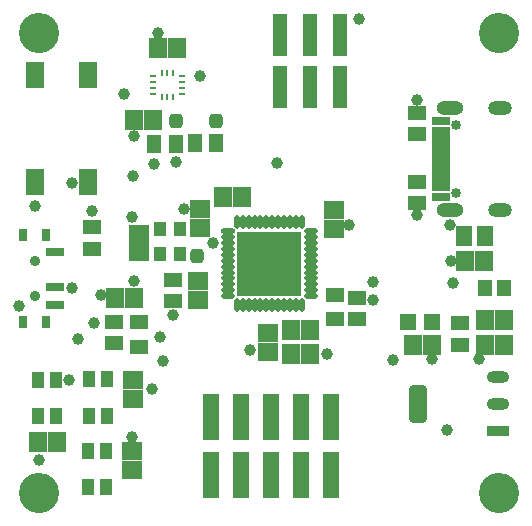
<source format=gbr>
%TF.GenerationSoftware,Altium Limited,Altium Designer,24.6.1 (21)*%
G04 Layer_Color=8388736*
%FSLAX45Y45*%
%MOMM*%
%TF.SameCoordinates,02EA3464-56A9-4D0A-92B1-D56C91FA6429*%
%TF.FilePolarity,Negative*%
%TF.FileFunction,Soldermask,Top*%
%TF.Part,Single*%
G01*
G75*
%TA.AperFunction,SMDPad,CuDef*%
%ADD10R,1.27000X3.68000*%
%ADD12R,0.80000X1.00000*%
%ADD13R,1.50000X0.70000*%
%ADD15R,0.60000X0.25000*%
%ADD16R,0.25000X0.60000*%
%ADD22R,1.10000X1.30000*%
%ADD30R,1.90500X0.95213*%
G04:AMPARAMS|DCode=31|XSize=1.905mm|YSize=0.95213mm|CornerRadius=0.47606mm|HoleSize=0mm|Usage=FLASHONLY|Rotation=180.000|XOffset=0mm|YOffset=0mm|HoleType=Round|Shape=RoundedRectangle|*
%AMROUNDEDRECTD31*
21,1,1.90500,0.00000,0,0,180.0*
21,1,0.95287,0.95213,0,0,180.0*
1,1,0.95213,-0.47644,0.00000*
1,1,0.95213,0.47644,0.00000*
1,1,0.95213,0.47644,0.00000*
1,1,0.95213,-0.47644,0.00000*
%
%ADD31ROUNDEDRECTD31*%
G04:AMPARAMS|DCode=32|XSize=1.60429mm|YSize=3.26213mm|CornerRadius=0.47327mm|HoleSize=0mm|Usage=FLASHONLY|Rotation=180.000|XOffset=0mm|YOffset=0mm|HoleType=Round|Shape=RoundedRectangle|*
%AMROUNDEDRECTD32*
21,1,1.60429,2.31560,0,0,180.0*
21,1,0.65776,3.26213,0,0,180.0*
1,1,0.94654,-0.32888,1.15780*
1,1,0.94654,0.32888,1.15780*
1,1,0.94654,0.32888,-1.15780*
1,1,0.94654,-0.32888,-1.15780*
%
%ADD32ROUNDEDRECTD32*%
%ADD33R,1.25490X1.45620*%
%TA.AperFunction,ComponentPad*%
%ADD43C,0.90000*%
%TA.AperFunction,SMDPad,CuDef*%
%ADD57R,1.00320X1.40320*%
%ADD58R,1.50320X1.30320*%
%ADD59R,1.20320X1.55320*%
%ADD60R,1.55320X1.20320*%
%ADD61R,1.50320X1.65320*%
%ADD62R,1.60320X2.30320*%
%ADD63R,1.40320X1.40320*%
G04:AMPARAMS|DCode=64|XSize=0.4532mm|YSize=1.2032mm|CornerRadius=0.1641mm|HoleSize=0mm|Usage=FLASHONLY|Rotation=90.000|XOffset=0mm|YOffset=0mm|HoleType=Round|Shape=RoundedRectangle|*
%AMROUNDEDRECTD64*
21,1,0.45320,0.87500,0,0,90.0*
21,1,0.12500,1.20320,0,0,90.0*
1,1,0.32820,0.43750,0.06250*
1,1,0.32820,0.43750,-0.06250*
1,1,0.32820,-0.43750,-0.06250*
1,1,0.32820,-0.43750,0.06250*
%
%ADD64ROUNDEDRECTD64*%
G04:AMPARAMS|DCode=65|XSize=0.4532mm|YSize=1.2032mm|CornerRadius=0.1641mm|HoleSize=0mm|Usage=FLASHONLY|Rotation=0.000|XOffset=0mm|YOffset=0mm|HoleType=Round|Shape=RoundedRectangle|*
%AMROUNDEDRECTD65*
21,1,0.45320,0.87500,0,0,0.0*
21,1,0.12500,1.20320,0,0,0.0*
1,1,0.32820,0.06250,-0.43750*
1,1,0.32820,-0.06250,-0.43750*
1,1,0.32820,-0.06250,0.43750*
1,1,0.32820,0.06250,0.43750*
%
%ADD65ROUNDEDRECTD65*%
%ADD66R,5.40320X5.40320*%
%ADD67O,1.20320X0.45320*%
%ADD68R,1.65320X1.50320*%
%ADD69R,1.47320X3.88320*%
%TA.AperFunction,TestPad*%
G04:AMPARAMS|DCode=70|XSize=1.2032mm|YSize=1.2032mm|CornerRadius=0.3516mm|HoleSize=0mm|Usage=FLASHONLY|Rotation=90.000|XOffset=0mm|YOffset=0mm|HoleType=Round|Shape=RoundedRectangle|*
%AMROUNDEDRECTD70*
21,1,1.20320,0.50000,0,0,90.0*
21,1,0.50000,1.20320,0,0,90.0*
1,1,0.70320,0.25000,0.25000*
1,1,0.70320,0.25000,-0.25000*
1,1,0.70320,-0.25000,-0.25000*
1,1,0.70320,-0.25000,0.25000*
%
%ADD70ROUNDEDRECTD70*%
G04:AMPARAMS|DCode=71|XSize=1.2032mm|YSize=1.2032mm|CornerRadius=0.3516mm|HoleSize=0mm|Usage=FLASHONLY|Rotation=0.000|XOffset=0mm|YOffset=0mm|HoleType=Round|Shape=RoundedRectangle|*
%AMROUNDEDRECTD71*
21,1,1.20320,0.50000,0,0,0.0*
21,1,0.50000,1.20320,0,0,0.0*
1,1,0.70320,0.25000,-0.25000*
1,1,0.70320,-0.25000,-0.25000*
1,1,0.70320,-0.25000,0.25000*
1,1,0.70320,0.25000,0.25000*
%
%ADD71ROUNDEDRECTD71*%
%TA.AperFunction,SMDPad,CuDef*%
%ADD72R,1.35320X1.65320*%
%ADD73R,1.60320X0.80320*%
%ADD74R,1.60320X0.50320*%
%TA.AperFunction,ViaPad*%
%ADD75C,3.40320*%
%TA.AperFunction,ComponentPad*%
%ADD76O,2.00320X1.20320*%
%ADD77O,2.30320X1.20320*%
%ADD78C,0.85320*%
%TA.AperFunction,ViaPad*%
%ADD79C,1.00320*%
%ADD80C,0.70320*%
D10*
X2346000Y3738000D02*
D03*
X2600000D02*
D03*
X2854000D02*
D03*
X2346000Y4182000D02*
D03*
X2600000D02*
D03*
X2854000D02*
D03*
D12*
X168500Y1755000D02*
D03*
Y2485000D02*
D03*
X361500Y1755000D02*
D03*
Y2485000D02*
D03*
D13*
X440000Y2345000D02*
D03*
Y1895000D02*
D03*
Y2045000D02*
D03*
D15*
X1265000Y3685000D02*
D03*
Y3735000D02*
D03*
Y3785000D02*
D03*
Y3835000D02*
D03*
X1515000Y3685000D02*
D03*
Y3735000D02*
D03*
Y3785000D02*
D03*
Y3835000D02*
D03*
D16*
X1440000Y3860000D02*
D03*
X1390000D02*
D03*
X1340000D02*
D03*
Y3660000D02*
D03*
X1390000D02*
D03*
X1440000D02*
D03*
D22*
X1492500Y2535000D02*
D03*
Y2325000D02*
D03*
X1327500D02*
D03*
Y2535000D02*
D03*
D30*
X4189500Y831000D02*
D03*
D31*
Y1060000D02*
D03*
Y1289000D02*
D03*
D32*
X3510500Y1060000D02*
D03*
D33*
X4242565Y2040000D02*
D03*
X4077435D02*
D03*
D43*
X265000Y1970000D02*
D03*
Y2270000D02*
D03*
D57*
X875300Y1266100D02*
D03*
Y956100D02*
D03*
X725300D02*
D03*
Y1266100D02*
D03*
X445300Y1264100D02*
D03*
Y954100D02*
D03*
X295300D02*
D03*
Y1264100D02*
D03*
X870300Y662600D02*
D03*
Y352600D02*
D03*
X720300D02*
D03*
Y662600D02*
D03*
D58*
X2807500Y1772500D02*
D03*
Y1982500D02*
D03*
X1150000Y1752500D02*
D03*
Y1542500D02*
D03*
D59*
X1625000Y3262500D02*
D03*
X1805000D02*
D03*
X1280000Y3260000D02*
D03*
X1460000D02*
D03*
D60*
X940000Y1750000D02*
D03*
Y1570000D02*
D03*
X3870000Y1560000D02*
D03*
Y1740000D02*
D03*
X3500000Y2940000D02*
D03*
Y2760000D02*
D03*
X3500000Y3340000D02*
D03*
Y3520000D02*
D03*
X2997500Y1957500D02*
D03*
Y1777500D02*
D03*
X755000Y2372500D02*
D03*
Y2552500D02*
D03*
X1440000Y1930000D02*
D03*
Y2110000D02*
D03*
D61*
X1110000Y1955000D02*
D03*
X950000D02*
D03*
X3470000Y1560000D02*
D03*
X3630000D02*
D03*
X4240000Y1770000D02*
D03*
X4080000D02*
D03*
X4240000Y1560000D02*
D03*
X4080000D02*
D03*
X4069999Y2270000D02*
D03*
X3910000D02*
D03*
X1270000Y3460000D02*
D03*
X1110000D02*
D03*
X1470000Y4070000D02*
D03*
X1310000D02*
D03*
X452500Y735000D02*
D03*
X292500D02*
D03*
X2597700Y1680000D02*
D03*
X2437700D02*
D03*
X2597700Y1480000D02*
D03*
X2437700D02*
D03*
X1862500Y2812500D02*
D03*
X2022500D02*
D03*
D62*
X265000Y3845000D02*
D03*
X715000D02*
D03*
X265000Y2935000D02*
D03*
X715000D02*
D03*
D63*
X3633000Y1750000D02*
D03*
X3423000D02*
D03*
D64*
X2605400Y2520000D02*
D03*
Y2470000D02*
D03*
Y2420000D02*
D03*
Y1970000D02*
D03*
Y2020000D02*
D03*
Y2070000D02*
D03*
Y2120000D02*
D03*
Y2170000D02*
D03*
Y2220000D02*
D03*
Y2270000D02*
D03*
Y2320000D02*
D03*
Y2370000D02*
D03*
X1900000Y1970000D02*
D03*
Y2020000D02*
D03*
Y2070000D02*
D03*
Y2120000D02*
D03*
Y2170000D02*
D03*
Y2220000D02*
D03*
Y2270000D02*
D03*
Y2320000D02*
D03*
Y2370000D02*
D03*
Y2420000D02*
D03*
Y2470000D02*
D03*
D65*
X2427700Y2597700D02*
D03*
X2227700D02*
D03*
X2277700D02*
D03*
X2327700D02*
D03*
X2377700D02*
D03*
X2477700D02*
D03*
X2527700D02*
D03*
X1977700D02*
D03*
X2027700D02*
D03*
X2077700D02*
D03*
X2127700D02*
D03*
X2177700D02*
D03*
X2527700Y1892300D02*
D03*
X2477700D02*
D03*
X2427700D02*
D03*
X2377700D02*
D03*
X2327700D02*
D03*
X2277700D02*
D03*
X2227700D02*
D03*
X2177700D02*
D03*
X2127700D02*
D03*
X2077700D02*
D03*
X2027700D02*
D03*
X1977700D02*
D03*
D66*
X2252700Y2245000D02*
D03*
D67*
X1900000Y2520000D02*
D03*
D68*
X1150000Y2500000D02*
D03*
Y2340000D02*
D03*
X1100000Y1102500D02*
D03*
Y1262500D02*
D03*
X1090000Y497500D02*
D03*
Y657500D02*
D03*
X2240000Y1660000D02*
D03*
Y1500000D02*
D03*
X1670000Y2550000D02*
D03*
Y2710000D02*
D03*
X1650000Y1940000D02*
D03*
Y2100000D02*
D03*
X2800000Y2700000D02*
D03*
Y2540000D02*
D03*
D69*
X2774000Y950000D02*
D03*
Y455000D02*
D03*
X2520000Y950000D02*
D03*
Y455000D02*
D03*
X2266000Y950000D02*
D03*
Y455000D02*
D03*
X2012000Y950000D02*
D03*
Y455000D02*
D03*
X1758000Y950000D02*
D03*
Y455000D02*
D03*
D70*
X1462500Y3452500D02*
D03*
X1805000Y3450000D02*
D03*
D71*
X1640000Y2310000D02*
D03*
D72*
X4077500Y2480000D02*
D03*
X3902500D02*
D03*
D73*
X3704100Y3370000D02*
D03*
Y2810000D02*
D03*
Y2890000D02*
D03*
Y3450000D02*
D03*
D74*
Y2955000D02*
D03*
Y3005000D02*
D03*
Y3055000D02*
D03*
Y3305000D02*
D03*
Y3155000D02*
D03*
Y3205000D02*
D03*
Y3255000D02*
D03*
Y3105000D02*
D03*
D75*
X4200000Y300000D02*
D03*
X300000D02*
D03*
X4200000Y4200000D02*
D03*
X300000D02*
D03*
D76*
X4204500Y3562000D02*
D03*
Y2698000D02*
D03*
D77*
X3786500Y3562000D02*
D03*
Y2698000D02*
D03*
D78*
X3836500Y2841000D02*
D03*
Y3419000D02*
D03*
D79*
X1330000Y1620000D02*
D03*
X130000Y1890000D02*
D03*
X2090000Y1510000D02*
D03*
X630000Y1610000D02*
D03*
X300000Y580000D02*
D03*
X1090000Y2640000D02*
D03*
X1280000Y3085000D02*
D03*
X560000Y1260000D02*
D03*
X580000Y2040000D02*
D03*
X2930000Y2570000D02*
D03*
X3130000Y1940000D02*
D03*
X830000Y1980000D02*
D03*
X1260000Y1180000D02*
D03*
X1090000Y780000D02*
D03*
X1350000Y1420000D02*
D03*
X1440000Y1810000D02*
D03*
X770000Y1740000D02*
D03*
X1780000Y2420000D02*
D03*
X1530000Y2710000D02*
D03*
X1310000Y4200000D02*
D03*
X1110000Y3330000D02*
D03*
X580000Y2930000D02*
D03*
X3780000Y2570000D02*
D03*
X3790000Y2270000D02*
D03*
X3810000Y2080000D02*
D03*
X3760000Y840000D02*
D03*
X3630000Y1440000D02*
D03*
X4030000D02*
D03*
X3500000Y2660000D02*
D03*
Y3630000D02*
D03*
X3010000Y4320000D02*
D03*
X1110000Y2100000D02*
D03*
X270000Y2730000D02*
D03*
X750000Y2690000D02*
D03*
X1100000Y2990000D02*
D03*
X3130000Y2090000D02*
D03*
X2740000Y1480000D02*
D03*
X3300000Y1430000D02*
D03*
X1670000Y3835000D02*
D03*
X1025000Y3685000D02*
D03*
X2320400Y3100000D02*
D03*
X1460000Y3105000D02*
D03*
D80*
X2472700Y2025000D02*
D03*
X2362700D02*
D03*
X2252700D02*
D03*
X2142700D02*
D03*
X2032700D02*
D03*
X2472700Y2135000D02*
D03*
X2362700D02*
D03*
X2252700D02*
D03*
X2142700D02*
D03*
X2032700D02*
D03*
X2472700Y2245000D02*
D03*
X2362700D02*
D03*
X2252700D02*
D03*
X2142700D02*
D03*
X2032700D02*
D03*
X2472700Y2355000D02*
D03*
X2362700D02*
D03*
X2252700D02*
D03*
X2142700D02*
D03*
X2032700D02*
D03*
X2472700Y2465000D02*
D03*
X2362700D02*
D03*
X2252700D02*
D03*
X2142700D02*
D03*
X2032700D02*
D03*
%TF.MD5,a250fc24c46105ad454d30320ab9c01f*%
M02*

</source>
